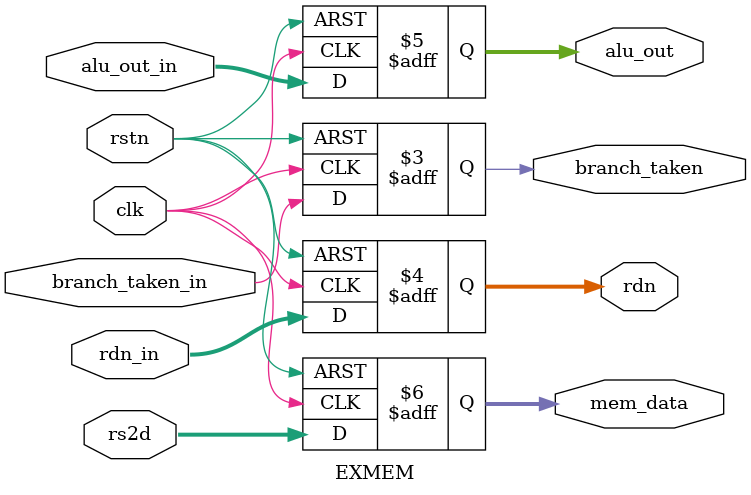
<source format=sv>
module EXMEM #(
  WordSize = 32
)(
  input clk, rstn,
  input [4:0] rdn_in,
  input [WordSize - 1:0] alu_out_in, rs2d,
  input branch_taken_in,
  output branch_taken,
  output logic [4:0] rdn,
  output logic [WordSize - 1:0] alu_out, mem_data
);

  always @ (posedge clk or negedge rstn) begin
    if (!rstn) begin
      rdn <= 0;
      alu_out <= 0;
      mem_data <= 0;
      branch_taken <= 0;
    end
    else begin
      rdn <= rdn_in;
      alu_out <= alu_out_in;
      branch_taken <= branch_taken_in;
      mem_data <= rs2d;
    end
  end
endmodule

</source>
